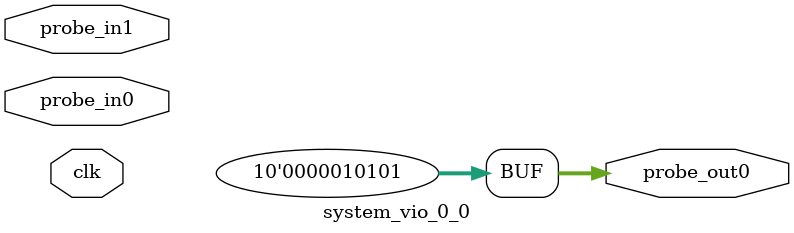
<source format=v>
`timescale 1ns / 1ps
module system_vio_0_0 (
clk,
probe_in0,probe_in1,
probe_out0
);

input clk;
input [31 : 0] probe_in0;
input [31 : 0] probe_in1;

output reg [9 : 0] probe_out0 = 'h015 ;


endmodule

</source>
